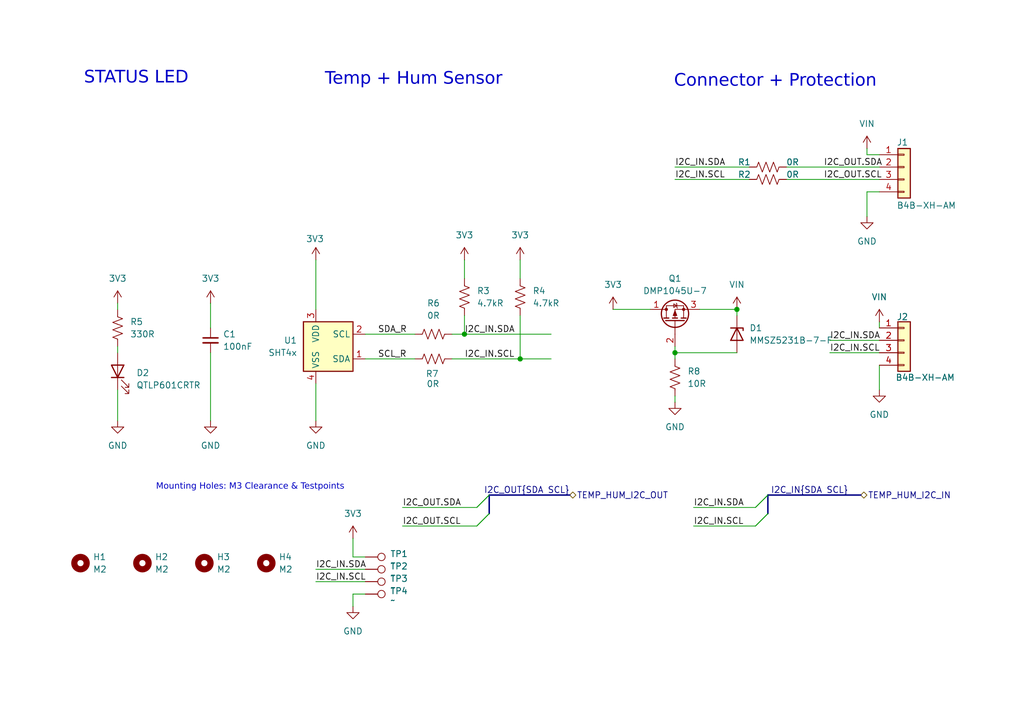
<source format=kicad_sch>
(kicad_sch (version 20231120) (generator "eeschema") (generator_version "8.0")
  (paper "A5")
  (title_block (title "${SHEETNAME}") (date "2024-11-26") (rev "1.0.0") (company "Demeter") (comment 1 "Akshat Doctor"))
  (lib_symbols
    (symbol "Connector:TestPoint" (pin_numbers hide) (pin_names (offset 0.762) hide)
      (property "Reference" "TP" (at 0 6.858 0))
      (property "Value" "TestPoint" (at 0 5.08 0))
      (symbol "TestPoint_0_1"
        (circle (center 0 3.302) (radius 0.762))
      )
      (symbol "TestPoint_1_1"
        (pin passive line (at 0 0 90) (length 2.54) (name "1") (number "1"))
      )
    )
    (symbol "Connector_Generic:Conn_01x04" (pin_names (offset 1.016) hide)
      (property "Reference" "J" (at 0 5.08 0))
      (property "Value" "Conn_01x04" (at 0 -7.62 0))
      (symbol "Conn_01x04_1_1"
        (rectangle (start -1.27 -4.953) (end 0 -5.207) (stroke (width 0.1524)))
        (rectangle (start -1.27 -2.413) (end 0 -2.667) (stroke (width 0.1524)))
        (rectangle (start -1.27 0.127) (end 0 -0.127) (stroke (width 0.1524)))
        (rectangle (start -1.27 2.667) (end 0 2.413) (stroke (width 0.1524)))
        (rectangle (start -1.27 3.81) (end 1.27 -6.35) (stroke (width 0.254)) (fill (type background)))
        (pin passive line (at -5.08 2.54 0) (length 3.81) (name "Pin_1") (number "1"))
        (pin passive line (at -5.08 0 0) (length 3.81) (name "Pin_2") (number "2"))
        (pin passive line (at -5.08 -2.54 0) (length 3.81) (name "Pin_3") (number "3"))
        (pin passive line (at -5.08 -5.08 0) (length 3.81) (name "Pin_4") (number "4"))
      )
    )
    (symbol "Device:C_Small" (pin_numbers hide) (pin_names (offset 0.254) hide)
      (property "Reference" "C" (at 0.254 1.778 0))
      (property "Value" "C_Small" (at 0.254 -2.032 0))
      (symbol "C_Small_0_1"
        (polyline (pts (xy -1.524 -0.508) (xy 1.524 -0.508)) (stroke (width 0.3302)))
        (polyline (pts (xy -1.524 0.508) (xy 1.524 0.508)) (stroke (width 0.3048)))
      )
      (symbol "C_Small_1_1"
        (pin passive line (at 0 2.54 270) (length 2.032) (name "~") (number "1"))
        (pin passive line (at 0 -2.54 90) (length 2.032) (name "~") (number "2"))
      )
    )
    (symbol "Device:D_Zener" (pin_numbers hide) (pin_names (offset 1.016) hide)
      (property "Reference" "D" (at 0 2.54 0))
      (property "Value" "D_Zener" (at 0 -2.54 0))
      (symbol "D_Zener_0_1"
        (polyline (pts (xy 1.27 0) (xy -1.27 0)))
        (polyline (pts (xy -1.27 -1.27) (xy -1.27 1.27) (xy -0.762 1.27)) (stroke (width 0.254)))
        (polyline (pts (xy 1.27 -1.27) (xy 1.27 1.27) (xy -1.27 0) (xy 1.27 -1.27)) (stroke (width 0.254)))
      )
      (symbol "D_Zener_1_1"
        (pin passive line (at -3.81 0 0) (length 2.54) (name "K") (number "1"))
        (pin passive line (at 3.81 0 180) (length 2.54) (name "A") (number "2"))
      )
    )
    (symbol "Device:LED" (pin_numbers hide) (pin_names (offset 1.016) hide)
      (property "Reference" "D" (at 0 2.54 0))
      (property "Value" "LED" (at 0 -2.54 0))
      (symbol "LED_0_1"
        (polyline (pts (xy -1.27 -1.27) (xy -1.27 1.27)) (stroke (width 0.254)))
        (polyline (pts (xy -1.27 0) (xy 1.27 0)))
        (polyline (pts (xy 1.27 -1.27) (xy 1.27 1.27) (xy -1.27 0) (xy 1.27 -1.27)) (stroke (width 0.254)))
        (polyline (pts (xy -3.048 -0.762) (xy -4.572 -2.286) (xy -3.81 -2.286) (xy -4.572 -2.286) (xy -4.572 -1.524)))
        (polyline (pts (xy -1.778 -0.762) (xy -3.302 -2.286) (xy -2.54 -2.286) (xy -3.302 -2.286) (xy -3.302 -1.524)))
      )
      (symbol "LED_1_1"
        (pin passive line (at -3.81 0 0) (length 2.54) (name "K") (number "1"))
        (pin passive line (at 3.81 0 180) (length 2.54) (name "A") (number "2"))
      )
    )
    (symbol "Device:Q_PMOS_DGS" (pin_names (offset 0) hide)
      (property "Reference" "Q" (at 5.08 1.27 0))
      (property "Value" "Q_PMOS_DGS" (at 5.08 -1.27 0))
      (symbol "Q_PMOS_DGS_0_1"
        (polyline (pts (xy 0.254 0) (xy -2.54 0)))
        (polyline (pts (xy 0.254 1.905) (xy 0.254 -1.905)) (stroke (width 0.254)))
        (polyline (pts (xy 0.762 -1.27) (xy 0.762 -2.286)) (stroke (width 0.254)))
        (polyline (pts (xy 0.762 0.508) (xy 0.762 -0.508)) (stroke (width 0.254)))
        (polyline (pts (xy 0.762 2.286) (xy 0.762 1.27)) (stroke (width 0.254)))
        (polyline (pts (xy 2.54 2.54) (xy 2.54 1.778)))
        (polyline (pts (xy 2.54 -2.54) (xy 2.54 0) (xy 0.762 0)))
        (polyline (pts (xy 0.762 1.778) (xy 3.302 1.778) (xy 3.302 -1.778) (xy 0.762 -1.778)))
        (polyline (pts (xy 2.286 0) (xy 1.27 0.381) (xy 1.27 -0.381) (xy 2.286 0)) (fill (type outline)))
        (polyline (pts (xy 2.794 -0.508) (xy 2.921 -0.381) (xy 3.683 -0.381) (xy 3.81 -0.254)))
        (polyline (pts (xy 3.302 -0.381) (xy 2.921 0.254) (xy 3.683 0.254) (xy 3.302 -0.381)))
        (circle (center 1.651 0) (radius 2.794) (stroke (width 0.254)))
        (circle (center 2.54 -1.778) (radius 0.254) (fill (type outline)))
        (circle (center 2.54 1.778) (radius 0.254) (fill (type outline)))
      )
      (symbol "Q_PMOS_DGS_1_1"
        (pin passive line (at 2.54 5.08 270) (length 2.54) (name "D") (number "1"))
        (pin input line (at -5.08 0 0) (length 2.54) (name "G") (number "2"))
        (pin passive line (at 2.54 -5.08 90) (length 2.54) (name "S") (number "3"))
      )
    )
    (symbol "Device:R_US" (pin_numbers hide) (pin_names (offset 0))
      (property "Reference" "R" (at 2.54 0 90))
      (property "Value" "R_US" (at -2.54 0 90))
      (symbol "R_US_0_1"
        (polyline (pts (xy 0 -2.286) (xy 0 -2.54)))
        (polyline (pts (xy 0 2.286) (xy 0 2.54)))
        (polyline (pts (xy 0 -0.762) (xy 1.016 -1.143) (xy 0 -1.524) (xy -1.016 -1.905) (xy 0 -2.286)))
        (polyline (pts (xy 0 0.762) (xy 1.016 0.381) (xy 0 0) (xy -1.016 -0.381) (xy 0 -0.762)))
        (polyline (pts (xy 0 2.286) (xy 1.016 1.905) (xy 0 1.524) (xy -1.016 1.143) (xy 0 0.762)))
      )
      (symbol "R_US_1_1"
        (pin passive line (at 0 3.81 270) (length 1.27) (name "~") (number "1"))
        (pin passive line (at 0 -3.81 90) (length 1.27) (name "~") (number "2"))
      )
    )
    (symbol "Mechanical:MountingHole" (pin_names (offset 1.016)) (exclude_from_sim yes) (in_bom no)
      (property "Reference" "H" (at 0 5.08 0))
      (property "Value" "MountingHole" (at 0 3.175 0))
      (symbol "MountingHole_0_1"
        (circle (center 0 0) (radius 1.27) (stroke (width 1.27)))
      )
    )
    (symbol "Sensor_Humidity:SHT4x"
      (property "Reference" "U" (at 0 8.89 0))
      (property "Value" "SHT4x" (at 0 6.35 0))
      (symbol "SHT4x_1_1"
        (rectangle (start -5.08 5.08) (end 5.08 -5.08) (stroke (width 0.254)) (fill (type background)))
        (pin bidirectional line (at -7.62 -2.54 0) (length 2.54) (name "SDA") (number "1"))
        (pin input line (at -7.62 2.54 0) (length 2.54) (name "SCL") (number "2"))
        (pin power_in line (at 2.54 7.62 270) (length 2.54) (name "VDD") (number "3"))
        (pin power_in line (at 2.54 -7.62 90) (length 2.54) (name "VSS") (number "4"))
      )
    )
    (symbol "power:+3V3" (power) (pin_numbers hide) (pin_names (offset 0) hide)
      (property "Value" "+3V3" (at 0 3.556 0))
      (symbol "+3V3_0_1"
        (polyline (pts (xy -0.762 1.27) (xy 0 2.54)))
        (polyline (pts (xy 0 0) (xy 0 2.54)))
        (polyline (pts (xy 0 2.54) (xy 0.762 1.27)))
      )
      (symbol "+3V3_1_1"
        (pin power_in line (at 0 0 90) (length 0) (name "~") (number "1"))
      )
    )
    (symbol "power:GND" (power) (pin_numbers hide) (pin_names (offset 0) hide)
      (property "Value" "GND" (at 0 -3.81 0))
      (symbol "GND_0_1"
        (polyline (pts (xy 0 0) (xy 0 -1.27) (xy 1.27 -1.27) (xy 0 -2.54) (xy -1.27 -1.27) (xy 0 -1.27)))
      )
      (symbol "GND_1_1"
        (pin power_in line (at 0 0 270) (length 0) (name "~") (number "1"))
      )
    )
    (symbol "power:VBUS" (power) (pin_numbers hide) (pin_names (offset 0) hide)
      (property "Value" "VBUS" (at 0 3.556 0))
      (symbol "VBUS_0_1"
        (polyline (pts (xy -0.762 1.27) (xy 0 2.54)))
        (polyline (pts (xy 0 0) (xy 0 2.54)))
        (polyline (pts (xy 0 2.54) (xy 0.762 1.27)))
      )
      (symbol "VBUS_1_1"
        (pin power_in line (at 0 0 90) (length 0) (name "~") (number "1"))
      )
    )
  )
  (junction (at 106.68 73.66))
  (junction (at 95.25 68.58))
  (junction (at 138.43 72.39))
  (junction (at 151.13 63.5))
  (bus_entry (at 157.48 105.41) (size -2.54 2.54))
  (bus_entry (at 157.48 105.41) (size -2.54 2.54))
  (bus_entry (at 100.33 101.6) (size -2.54 2.54))
  (bus_entry (at 157.48 101.6) (size -2.54 2.54))
  (bus_entry (at 100.33 101.6) (size -2.54 2.54))
  (bus_entry (at 100.33 105.41) (size -2.54 2.54))
  (bus_entry (at 157.48 101.6) (size -2.54 2.54))
  (bus_entry (at 100.33 105.41) (size -2.54 2.54))
  (wire (pts (xy 43.18 72.39) (xy 43.18 86.36)))
  (wire (pts (xy 72.39 110.49) (xy 72.39 114.3)))
  (wire (pts (xy 142.24 104.14) (xy 154.94 104.14)))
  (wire (pts (xy 170.18 69.85) (xy 180.34 69.85)))
  (wire (pts (xy 74.93 114.3) (xy 72.39 114.3)))
  (wire (pts (xy 24.13 80.01) (xy 24.13 86.36)))
  (wire (pts (xy 92.71 73.66) (xy 106.68 73.66)))
  (wire (pts (xy 95.25 68.58) (xy 113.03 68.58)))
  (wire (pts (xy 95.25 64.77) (xy 95.25 68.58)))
  (wire (pts (xy 82.55 107.95) (xy 97.79 107.95)))
  (wire (pts (xy 64.77 53.34) (xy 64.77 63.5)))
  (wire (pts (xy 138.43 72.39) (xy 151.13 72.39)))
  (bus (pts (xy 100.33 101.6) (xy 116.84 101.6)))
  (wire (pts (xy 138.43 71.12) (xy 138.43 72.39)))
  (wire (pts (xy 138.43 34.29) (xy 153.67 34.29)))
  (wire (pts (xy 64.77 78.74) (xy 64.77 86.36)))
  (wire (pts (xy 64.77 116.84) (xy 74.93 116.84)))
  (wire (pts (xy 106.68 73.66) (xy 106.68 64.77)))
  (wire (pts (xy 138.43 81.28) (xy 138.43 82.55)))
  (wire (pts (xy 170.18 72.39) (xy 180.34 72.39)))
  (wire (pts (xy 177.8 31.75) (xy 180.34 31.75)))
  (wire (pts (xy 138.43 36.83) (xy 153.67 36.83)))
  (wire (pts (xy 92.71 68.58) (xy 95.25 68.58)))
  (wire (pts (xy 43.18 62.23) (xy 43.18 67.31)))
  (wire (pts (xy 180.34 66.04) (xy 180.34 67.31)))
  (wire (pts (xy 106.68 53.34) (xy 106.68 57.15)))
  (bus (pts (xy 157.48 101.6) (xy 157.48 105.41)))
  (wire (pts (xy 142.24 107.95) (xy 154.94 107.95)))
  (wire (pts (xy 161.29 36.83) (xy 180.34 36.83)))
  (wire (pts (xy 138.43 73.66) (xy 138.43 72.39)))
  (wire (pts (xy 125.73 63.5) (xy 133.35 63.5)))
  (wire (pts (xy 95.25 53.34) (xy 95.25 57.15)))
  (wire (pts (xy 82.55 104.14) (xy 97.79 104.14)))
  (wire (pts (xy 177.8 30.48) (xy 177.8 31.75)))
  (wire (pts (xy 74.93 121.92) (xy 72.39 121.92)))
  (wire (pts (xy 151.13 64.77) (xy 151.13 63.5)))
  (wire (pts (xy 180.34 74.93) (xy 180.34 80.01)))
  (bus (pts (xy 100.33 101.6) (xy 100.33 105.41)))
  (wire (pts (xy 161.29 34.29) (xy 180.34 34.29)))
  (wire (pts (xy 177.8 39.37) (xy 180.34 39.37)))
  (bus (pts (xy 157.48 101.6) (xy 176.53 101.6)))
  (wire (pts (xy 72.39 121.92) (xy 72.39 124.46)))
  (wire (pts (xy 24.13 71.12) (xy 24.13 72.39)))
  (wire (pts (xy 74.93 68.58) (xy 85.09 68.58)))
  (wire (pts (xy 74.93 73.66) (xy 85.09 73.66)))
  (wire (pts (xy 143.51 63.5) (xy 151.13 63.5)))
  (wire (pts (xy 106.68 73.66) (xy 113.03 73.66)))
  (wire (pts (xy 177.8 39.37) (xy 177.8 44.45)))
  (wire (pts (xy 24.13 62.23) (xy 24.13 63.5)))
  (wire (pts (xy 64.77 119.38) (xy 74.93 119.38)))
  (text "Connector + Protection\n\n" (at 159.004 19.558 0) (effects (font (size 2.54 2.54))))
  (text "Mounting Holes: M3 Clearance & Testpoints\n" (at 51.308 100.33 0) (effects (font (size 1.27 1.27))))
  (text "Temp + Hum Sensor\n" (at 84.836 17.018 0) (effects (font (size 2.54 2.54))))
  (text "STATUS LED\n" (exclude_from_sim yes) (at 27.94 16.764 0) (effects (font (size 2.54 2.54))))
  (label "I2C_IN.SDA" (at 138.43 34.29 0))
  (label "I2C_OUT.SCL" (at 82.55 107.95 0))
  (label "I2C_IN.SDA" (at 170.18 69.85 0))
  (label "I2C_OUT.SDA" (at 168.91 34.29 0))
  (label "I2C_OUT.SDA" (at 82.55 104.14 0))
  (label "I2C_IN.SCL" (at 64.77 119.38 0))
  (label "I2C_IN.SCL" (at 95.25 73.66 0))
  (label "SCL_R" (at 77.47 73.66 0))
  (label "I2C_IN.SCL" (at 170.18 72.39 0))
  (label "I2C_OUT{SDA SCL}" (at 116.84 101.6 180))
  (label "I2C_IN{SDA SCL}" (at 173.99 101.6 180))
  (label "I2C_IN.SCL" (at 142.24 107.95 0))
  (label "I2C_IN.SDA" (at 142.24 104.14 0))
  (label "I2C_IN.SDA" (at 64.77 116.84 0))
  (label "SDA_R" (at 77.47 68.58 0))
  (label "I2C_IN.SCL" (at 138.43 36.83 0))
  (label "I2C_OUT.SCL" (at 168.91 36.83 0))
  (label "I2C_IN.SDA" (at 95.25 68.58 0))
  (hierarchical_label "TEMP_HUM_I2C_OUT" (shape bidirectional) (at 116.84 101.6 0))
  (hierarchical_label "TEMP_HUM_I2C_IN" (shape bidirectional) (at 176.53 101.6 0))
  (symbol (lib_id "power:VBUS") (at 180.34 66.04 0) (mirror y) (unit 1)
    (property "Reference" "#PWR010" (effects (hide yes)))
    (property "Value" "VIN" (at 180.34 60.96 0))
    (property "Description" "Power symbol creates a global label with name \"VBUS\"" (effects (hide yes)))
  )
  (symbol (lib_id "Connector_Generic:Conn_01x04") (at 185.42 69.85 0) (unit 1)
    (property "Reference" "J2" (at 183.896 65.024 0) (effects (justify left)))
    (property "Value" "B4B-XH-AM" (at 183.642 77.47 0) (effects (justify left)))
    (property "Footprint" "Connector_JST:JST_XH_B4B-XH-AM_1x04_P2.50mm_Vertical" (effects (hide yes)))
    (property "Description" "Generic connector, single row, 01x04, script generated (kicad-library-utils/schlib/autogen/connector/)" (effects (hide yes)))
    (property "Part Number" "B4B-XH-AM " (effects (hide yes)))
  )
  (symbol (lib_id "Device:D_Zener") (at 151.13 68.58 270) (unit 1)
    (property "Reference" "D1" (at 153.67 67.3099 90) (effects (justify left)))
    (property "Value" "MMSZ5231B-7-F" (at 153.67 69.8499 90) (effects (justify left)))
    (property "Footprint" "Diode_SMD:D_SOD-123" (effects (hide yes)))
    (property "Description" "Zener diode" (effects (hide yes)))
    (property "Part Number" "MMSZ5231B-7-F" (effects (hide yes)))
  )
  (symbol (lib_id "power:VBUS") (at 177.8 30.48 0) (mirror y) (unit 1)
    (property "Reference" "#PWR01" (effects (hide yes)))
    (property "Value" "VIN" (at 177.8 25.4 0))
    (property "Description" "Power symbol creates a global label with name \"VBUS\"" (effects (hide yes)))
  )
  (symbol (lib_id "Mechanical:MountingHole") (at 41.91 115.57 0) (unit 1) (exclude_from_sim yes) (in_bom no)
    (property "Reference" "H3" (at 44.45 114.2999 0) (effects (justify left)))
    (property "Value" "M2" (at 44.45 116.8399 0) (effects (justify left)))
    (property "Footprint" "MountingHole:MountingHole_2.2mm_M2_Pad" (effects (hide yes)))
    (property "Description" "Mounting Hole without connection" (effects (hide yes)))
  )
  (symbol (lib_id "power:VBUS") (at 43.18 62.23 0) (mirror y) (unit 1)
    (property "Reference" "#PWR07" (effects (hide yes)))
    (property "Value" "3V3" (at 43.18 57.15 0))
    (property "Description" "Power symbol creates a global label with name \"VBUS\"" (effects (hide yes)))
  )
  (symbol (lib_id "Device:R_US") (at 24.13 67.31 180) (unit 1)
    (property "Reference" "R5" (at 26.67 66.0399 0) (effects (justify right)))
    (property "Value" "330R" (at 26.67 68.5799 0) (effects (justify right)))
    (property "Footprint" "Resistor_SMD:R_0402_1005Metric" (effects (hide yes)))
    (property "Description" "Resistor, US symbol" (effects (hide yes)))
    (property "Part Number" "RC0603FR-07330RL" (effects (hide yes)))
  )
  (symbol (lib_id "Device:R_US") (at 157.48 36.83 90) (unit 1)
    (property "Reference" "R2" (at 152.654 35.814 90))
    (property "Value" "0R" (at 162.56 35.814 90))
    (property "Footprint" "Resistor_SMD:R_0603_1608Metric" (effects (hide yes)))
    (property "Description" "Resistor, US symbol" (effects (hide yes)))
    (property "Part Number" "RC0603FR-070RL" (effects (hide yes)))
  )
  (symbol (lib_id "Mechanical:MountingHole") (at 29.21 115.57 0) (unit 1) (exclude_from_sim yes) (in_bom no)
    (property "Reference" "H2" (at 31.75 114.2999 0) (effects (justify left)))
    (property "Value" "M2" (at 31.75 116.8399 0) (effects (justify left)))
    (property "Footprint" "MountingHole:MountingHole_2.2mm_M2_Pad" (effects (hide yes)))
    (property "Description" "Mounting Hole without connection" (effects (hide yes)))
  )
  (symbol (lib_id "Device:Q_PMOS_DGS") (at 138.43 66.04 90) (unit 1)
    (property "Reference" "Q1" (at 138.43 57.15 90))
    (property "Value" "DMP1045U-7" (at 138.43 59.69 90))
    (property "Footprint" "Package_TO_SOT_SMD:SOT-23-3" (effects (hide yes)))
    (property "Description" "P-MOSFET transistor, drain/gate/source" (effects (hide yes)))
    (property "Part Number" "DMP1045U-7" (effects (hide yes)))
  )
  (symbol (lib_id "Connector:TestPoint") (at 74.93 116.84 270) (unit 1)
    (property "Reference" "TP2" (at 80.01 116.2049 90) (effects (justify left)))
    (property "Value" "~" (at 80.01 118.11 90) (effects (justify left)))
    (property "Footprint" "TestPoint:TestPoint_Pad_D1.0mm" (effects (hide yes)))
    (property "Description" "test point" (effects (hide yes)))
  )
  (symbol (lib_id "power:GND") (at 64.77 86.36 0) (unit 1)
    (property "Reference" "#PWR015" (effects (hide yes)))
    (property "Value" "GND" (at 64.77 91.44 0))
    (property "Description" "Power symbol creates a global label with name \"GND\" , ground" (effects (hide yes)))
  )
  (symbol (lib_id "power:VBUS") (at 72.39 110.49 0) (mirror y) (unit 1)
    (property "Reference" "#PWR016" (effects (hide yes)))
    (property "Value" "3V3" (at 72.39 105.41 0))
    (property "Description" "Power symbol creates a global label with name \"VBUS\"" (effects (hide yes)))
  )
  (symbol (lib_id "power:GND") (at 24.13 86.36 0) (mirror y) (unit 1)
    (property "Reference" "#PWR013" (effects (hide yes)))
    (property "Value" "GND" (at 24.13 91.44 0))
    (property "Description" "Power symbol creates a global label with name \"GND\" , ground" (effects (hide yes)))
  )
  (symbol (lib_id "Device:LED") (at 24.13 76.2 90) (unit 1)
    (property "Reference" "D2" (at 27.94 76.5174 90) (effects (justify right)))
    (property "Value" "QTLP601CRTR" (at 27.94 79.0574 90) (effects (justify right)))
    (property "Footprint" "LED_SMD:LED_0603_1608Metric" (effects (hide yes)))
    (property "Description" "Light emitting diode" (effects (hide yes)))
    (property "Part Number" "QTLP601CRTR" (effects (hide yes)))
  )
  (symbol (lib_id "power:GND") (at 138.43 82.55 0) (mirror y) (unit 1)
    (property "Reference" "#PWR012" (effects (hide yes)))
    (property "Value" "GND" (at 138.43 87.63 0))
    (property "Description" "Power symbol creates a global label with name \"GND\" , ground" (effects (hide yes)))
  )
  (symbol (lib_id "power:GND") (at 72.39 124.46 0) (mirror y) (unit 1)
    (property "Reference" "#PWR017" (effects (hide yes)))
    (property "Value" "GND" (at 72.39 129.54 0))
    (property "Description" "Power symbol creates a global label with name \"GND\" , ground" (effects (hide yes)))
  )
  (symbol (lib_id "Device:R_US") (at 88.9 73.66 90) (unit 1)
    (property "Reference" "R7" (at 88.646 76.708 90))
    (property "Value" "0R" (at 88.8006 78.7761 90))
    (property "Footprint" "Resistor_SMD:R_0603_1608Metric" (effects (hide yes)))
    (property "Description" "Resistor, US symbol" (effects (hide yes)))
    (property "Part Number" "RC0603FR-070RL" (effects (hide yes)))
  )
  (symbol (lib_id "Sensor_Humidity:SHT4x") (at 67.31 71.12 0) (mirror y) (unit 1)
    (property "Reference" "U1" (at 60.96 69.8499 0) (effects (justify left)))
    (property "Value" "SHT4x" (at 60.96 72.3899 0) (effects (justify left)))
    (property "Footprint" "Sensor_Humidity:Sensirion_DFN-4_1.5x1.5mm_P0.8mm_SHT4x_NoCentralPad" (effects (hide yes)))
    (property "Datasheet" "https://sensirion.com/media/documents/33FD6951/624C4357/Datasheet_SHT4x.pdf" (effects (hide yes)))
    (property "Description" "Digital Humidity and Temperature Sensor, +/-1%RH, +/-0.1degC, I2C, 1.08-3.6V, 16bit, DFN-4" (effects (hide yes)))
    (property "Part Number" "SHT40-AD1B " (effects (hide yes)))
  )
  (symbol (lib_id "power:VBUS") (at 106.68 53.34 0) (mirror y) (unit 1)
    (property "Reference" "#PWR05" (effects (hide yes)))
    (property "Value" "3V3" (at 106.68 48.26 0))
    (property "Description" "Power symbol creates a global label with name \"VBUS\"" (effects (hide yes)))
  )
  (symbol (lib_id "power:GND") (at 177.8 44.45 0) (mirror y) (unit 1)
    (property "Reference" "#PWR02" (effects (hide yes)))
    (property "Value" "GND" (at 177.8 49.53 0))
    (property "Description" "Power symbol creates a global label with name \"GND\" , ground" (effects (hide yes)))
  )
  (symbol (lib_id "power:+3V3") (at 64.77 53.34 0) (unit 1)
    (property "Reference" "#PWR03" (effects (hide yes)))
    (property "Value" "3V3" (at 62.738 49.022 0) (effects (justify left)))
    (property "Description" "Power symbol creates a global label with name \"+3V3\"" (effects (hide yes)))
  )
  (symbol (lib_id "Device:R_US") (at 138.43 77.47 0) (unit 1)
    (property "Reference" "R8" (at 140.97 76.1999 0) (effects (justify left)))
    (property "Value" "10R" (at 140.97 78.7399 0) (effects (justify left)))
    (property "Footprint" "Resistor_SMD:R_0402_1005Metric" (effects (hide yes)))
    (property "Description" "Resistor, US symbol" (effects (hide yes)))
    (property "Part Number" "RC0603FR-0710RL" (effects (hide yes)))
  )
  (symbol (lib_id "power:VBUS") (at 125.73 63.5 0) (mirror y) (unit 1)
    (property "Reference" "#PWR08" (effects (hide yes)))
    (property "Value" "3V3" (at 125.73 58.42 0))
    (property "Description" "Power symbol creates a global label with name \"VBUS\"" (effects (hide yes)))
  )
  (symbol (lib_id "Device:R_US") (at 88.9 68.58 90) (unit 1)
    (property "Reference" "R6" (at 88.9 62.23 90))
    (property "Value" "0R" (at 88.9 64.77 90))
    (property "Footprint" "Resistor_SMD:R_0603_1608Metric" (effects (hide yes)))
    (property "Description" "Resistor, US symbol" (effects (hide yes)))
    (property "Part Number" "RC0603FR-070RL" (effects (hide yes)))
  )
  (symbol (lib_id "power:VBUS") (at 95.25 53.34 0) (mirror y) (unit 1)
    (property "Reference" "#PWR04" (effects (hide yes)))
    (property "Value" "3V3" (at 95.25 48.26 0))
    (property "Description" "Power symbol creates a global label with name \"VBUS\"" (effects (hide yes)))
  )
  (symbol (lib_id "Connector:TestPoint") (at 74.93 119.38 270) (unit 1)
    (property "Reference" "TP3" (at 80.01 118.7449 90) (effects (justify left)))
    (property "Value" "~" (at 80.01 120.65 90) (effects (justify left)))
    (property "Footprint" "TestPoint:TestPoint_Pad_D1.0mm" (effects (hide yes)))
    (property "Description" "test point" (effects (hide yes)))
  )
  (symbol (lib_id "Device:C_Small") (at 43.18 69.85 0) (unit 1)
    (property "Reference" "C1" (at 45.72 68.5862 0) (effects (justify left)))
    (property "Value" "100nF" (at 45.72 71.1262 0) (effects (justify left)))
    (property "Footprint" "Capacitor_SMD:C_1206_3216Metric" (effects (hide yes)))
    (property "Description" "Unpolarized capacitor, small symbol" (effects (hide yes)))
    (property "Part Number" "CL31B104KCFNNNE" (effects (hide yes)))
  )
  (symbol (lib_id "Connector:TestPoint") (at 74.93 114.3 270) (unit 1)
    (property "Reference" "TP1" (at 80.01 113.6649 90) (effects (justify left)))
    (property "Value" "~" (at 80.01 115.57 90) (effects (justify left)))
    (property "Footprint" "TestPoint:TestPoint_Pad_D1.0mm" (effects (hide yes)))
    (property "Description" "test point" (effects (hide yes)))
  )
  (symbol (lib_id "Device:R_US") (at 157.48 34.29 90) (unit 1)
    (property "Reference" "R1" (at 152.654 33.274 90))
    (property "Value" "0R" (at 162.56 33.274 90))
    (property "Footprint" "Resistor_SMD:R_0603_1608Metric" (effects (hide yes)))
    (property "Description" "Resistor, US symbol" (effects (hide yes)))
    (property "Part Number" "RC0603FR-070RL" (effects (hide yes)))
  )
  (symbol (lib_id "Mechanical:MountingHole") (at 16.51 115.57 0) (unit 1) (exclude_from_sim yes) (in_bom no)
    (property "Reference" "H1" (at 19.05 114.2999 0) (effects (justify left)))
    (property "Value" "M2" (at 19.05 116.8399 0) (effects (justify left)))
    (property "Footprint" "MountingHole:MountingHole_2.2mm_M2_Pad" (effects (hide yes)))
    (property "Description" "Mounting Hole without connection" (effects (hide yes)))
  )
  (symbol (lib_id "Connector:TestPoint") (at 74.93 121.92 270) (unit 1)
    (property "Reference" "TP4" (at 80.01 121.2849 90) (effects (justify left)))
    (property "Value" "~" (at 80.01 123.19 90) (effects (justify left)))
    (property "Footprint" "TestPoint:TestPoint_Pad_D1.0mm" (effects (hide yes)))
    (property "Description" "test point" (effects (hide yes)))
  )
  (symbol (lib_id "Device:R_US") (at 106.68 60.96 180) (unit 1)
    (property "Reference" "R4" (at 109.22 59.6899 0) (effects (justify right)))
    (property "Value" "4.7kR" (at 109.22 62.2299 0) (effects (justify right)))
    (property "Footprint" "Resistor_SMD:R_0603_1608Metric" (effects (hide yes)))
    (property "Description" "Resistor, US symbol" (effects (hide yes)))
    (property "Part Number" "RC0603FR-074K7L" (effects (hide yes)))
  )
  (symbol (lib_id "power:GND") (at 180.34 80.01 0) (mirror y) (unit 1)
    (property "Reference" "#PWR011" (effects (hide yes)))
    (property "Value" "GND" (at 180.34 85.09 0))
    (property "Description" "Power symbol creates a global label with name \"GND\" , ground" (effects (hide yes)))
  )
  (symbol (lib_id "power:VBUS") (at 24.13 62.23 0) (mirror y) (unit 1)
    (property "Reference" "#PWR06" (effects (hide yes)))
    (property "Value" "3V3" (at 24.13 57.15 0))
    (property "Description" "Power symbol creates a global label with name \"VBUS\"" (effects (hide yes)))
  )
  (symbol (lib_id "power:VBUS") (at 151.13 63.5 0) (mirror y) (unit 1)
    (property "Reference" "#PWR09" (effects (hide yes)))
    (property "Value" "VIN" (at 151.13 58.42 0))
    (property "Description" "Power symbol creates a global label with name \"VBUS\"" (effects (hide yes)))
  )
  (symbol (lib_id "Mechanical:MountingHole") (at 54.61 115.57 0) (unit 1) (exclude_from_sim yes) (in_bom no)
    (property "Reference" "H4" (at 57.15 114.2999 0) (effects (justify left)))
    (property "Value" "M2" (at 57.15 116.8399 0) (effects (justify left)))
    (property "Footprint" "MountingHole:MountingHole_2.2mm_M2_Pad" (effects (hide yes)))
    (property "Description" "Mounting Hole without connection" (effects (hide yes)))
  )
  (symbol (lib_id "Device:R_US") (at 95.25 60.96 180) (unit 1)
    (property "Reference" "R3" (at 97.79 59.6899 0) (effects (justify right)))
    (property "Value" "4.7kR" (at 97.79 62.2299 0) (effects (justify right)))
    (property "Footprint" "Resistor_SMD:R_0603_1608Metric" (effects (hide yes)))
    (property "Description" "Resistor, US symbol" (effects (hide yes)))
    (property "Part Number" "RC0603FR-074K7L" (effects (hide yes)))
  )
  (symbol (lib_id "Connector_Generic:Conn_01x04") (at 185.42 34.29 0) (unit 1)
    (property "Reference" "J1" (at 183.896 29.21 0) (effects (justify left)))
    (property "Value" "B4B-XH-AM" (at 183.896 42.164 0) (effects (justify left)))
    (property "Footprint" "Connector_JST:JST_XH_B4B-XH-AM_1x04_P2.50mm_Vertical" (effects (hide yes)))
    (property "Description" "Generic connector, single row, 01x04, script generated (kicad-library-utils/schlib/autogen/connector/)" (effects (hide yes)))
    (property "Part Number" "B4B-XH-AM " (effects (hide yes)))
  )
  (symbol (lib_id "power:GND") (at 43.18 86.36 0) (mirror y) (unit 1)
    (property "Reference" "#PWR014" (effects (hide yes)))
    (property "Value" "GND" (at 43.18 91.44 0))
    (property "Description" "Power symbol creates a global label with name \"GND\" , ground" (effects (hide yes)))
  )
)
</source>
